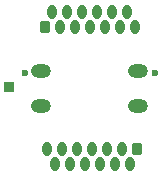
<source format=gbr>
%TF.GenerationSoftware,KiCad,Pcbnew,(6.0.2)*%
%TF.CreationDate,2022-06-06T12:46:52+03:00*%
%TF.ProjectId,TypeC_Bulgin_PCB,54797065-435f-4427-956c-67696e5f5043,rev?*%
%TF.SameCoordinates,Original*%
%TF.FileFunction,Soldermask,Bot*%
%TF.FilePolarity,Negative*%
%FSLAX46Y46*%
G04 Gerber Fmt 4.6, Leading zero omitted, Abs format (unit mm)*
G04 Created by KiCad (PCBNEW (6.0.2)) date 2022-06-06 12:46:52*
%MOMM*%
%LPD*%
G01*
G04 APERTURE LIST*
G04 Aperture macros list*
%AMRoundRect*
0 Rectangle with rounded corners*
0 $1 Rounding radius*
0 $2 $3 $4 $5 $6 $7 $8 $9 X,Y pos of 4 corners*
0 Add a 4 corners polygon primitive as box body*
4,1,4,$2,$3,$4,$5,$6,$7,$8,$9,$2,$3,0*
0 Add four circle primitives for the rounded corners*
1,1,$1+$1,$2,$3*
1,1,$1+$1,$4,$5*
1,1,$1+$1,$6,$7*
1,1,$1+$1,$8,$9*
0 Add four rect primitives between the rounded corners*
20,1,$1+$1,$2,$3,$4,$5,0*
20,1,$1+$1,$4,$5,$6,$7,0*
20,1,$1+$1,$6,$7,$8,$9,0*
20,1,$1+$1,$8,$9,$2,$3,0*%
G04 Aperture macros list end*
%ADD10RoundRect,0.153846X-0.246154X0.396154X-0.246154X-0.396154X0.246154X-0.396154X0.246154X0.396154X0*%
%ADD11O,0.800000X1.200000*%
%ADD12C,0.600000*%
%ADD13O,1.700000X1.200000*%
%ADD14RoundRect,0.153846X0.246154X-0.396154X0.246154X0.396154X-0.246154X0.396154X-0.246154X-0.396154X0*%
%ADD15R,0.850000X0.850000*%
G04 APERTURE END LIST*
D10*
%TO.C,J3*%
X104025000Y-105130000D03*
D11*
X103390000Y-106400000D03*
X102755000Y-105130000D03*
X102120000Y-106400000D03*
X101485000Y-105130000D03*
X100850000Y-106400000D03*
X100215000Y-105130000D03*
X99580000Y-106400000D03*
X98945000Y-105130000D03*
X98310000Y-106400000D03*
X97675000Y-105130000D03*
X97040000Y-106400000D03*
X96405000Y-105130000D03*
%TD*%
D12*
%TO.C,J6*%
X94500000Y-98700000D03*
X105500000Y-98700000D03*
D13*
X95900000Y-98530000D03*
X104100000Y-101470000D03*
X104100000Y-98530000D03*
X95900000Y-101470000D03*
%TD*%
D14*
%TO.C,J4*%
X96160000Y-94780000D03*
D11*
X96795000Y-93510000D03*
X97430000Y-94780000D03*
X98065000Y-93510000D03*
X98700000Y-94780000D03*
X99335000Y-93510000D03*
X99970000Y-94780000D03*
X100605000Y-93510000D03*
X101240000Y-94780000D03*
X101875000Y-93510000D03*
X102510000Y-94780000D03*
X103145000Y-93510000D03*
X103780000Y-94780000D03*
%TD*%
D15*
%TO.C,J1*%
X93140000Y-99890000D03*
%TD*%
M02*

</source>
